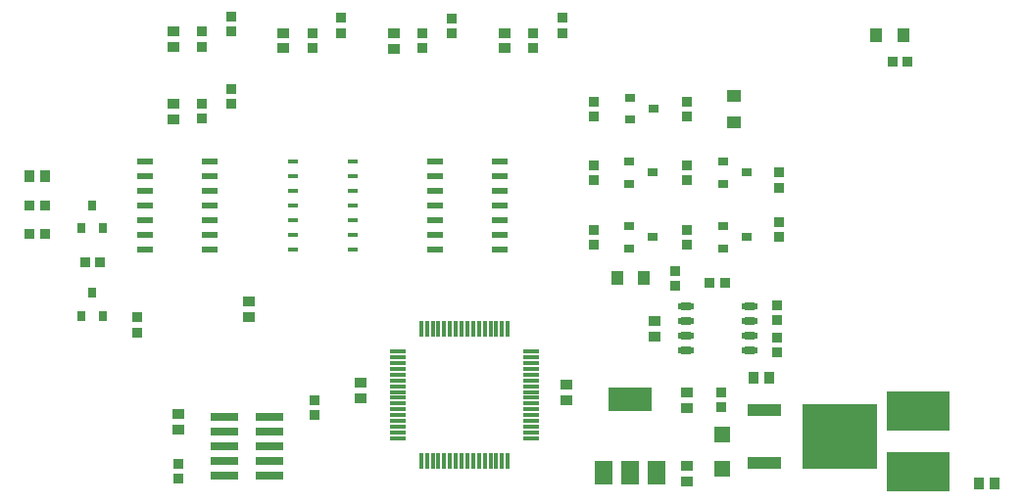
<source format=gbr>
%TF.GenerationSoftware,Altium Limited,Altium Designer,19.0.15 (446)*%
G04 Layer_Color=8421504*
%FSLAX26Y26*%
%MOIN*%
%TF.FileFunction,Paste,Top*%
%TF.Part,Single*%
G01*
G75*
%TA.AperFunction,SMDPad,CuDef*%
%ADD10R,0.035433X0.039370*%
%ADD11R,0.039370X0.035433*%
%ADD12R,0.051181X0.043307*%
%ADD13R,0.043307X0.051181*%
%ADD14R,0.057087X0.053150*%
%TA.AperFunction,ConnectorPad*%
%ADD15R,0.214567X0.137795*%
%TA.AperFunction,SMDPad,CuDef*%
%ADD16R,0.035433X0.031496*%
%ADD17R,0.031496X0.035433*%
%ADD18R,0.251969X0.218504*%
%ADD19R,0.118110X0.039370*%
%ADD20R,0.037402X0.033465*%
%ADD21R,0.033465X0.037402*%
%ADD22R,0.035000X0.016535*%
%ADD23R,0.057087X0.023622*%
%ADD24O,0.057087X0.023622*%
%ADD25R,0.011811X0.053150*%
%ADD26R,0.053150X0.011811*%
%ADD27R,0.149606X0.078740*%
%ADD28R,0.059055X0.078740*%
%ADD29R,0.094488X0.029921*%
D10*
X562008Y1090551D02*
D03*
X615157D02*
D03*
X3076772Y404528D02*
D03*
X3023622D02*
D03*
X3790354Y46260D02*
D03*
X3843504D02*
D03*
D11*
X2687008Y544291D02*
D03*
Y597441D02*
D03*
X1687902Y335630D02*
D03*
Y388779D02*
D03*
X1066929Y280512D02*
D03*
Y227362D02*
D03*
X2386811Y329724D02*
D03*
Y382874D02*
D03*
X1051166Y1339567D02*
D03*
Y1286417D02*
D03*
X2177120Y1579724D02*
D03*
Y1526575D02*
D03*
X1425167Y1579724D02*
D03*
Y1526575D02*
D03*
X1051166Y1584646D02*
D03*
Y1531496D02*
D03*
X1800878Y1579475D02*
D03*
Y1526325D02*
D03*
X2799213Y106299D02*
D03*
Y53150D02*
D03*
X2798228Y356299D02*
D03*
Y303150D02*
D03*
X1307087Y611221D02*
D03*
Y664370D02*
D03*
D12*
X2956693Y1275591D02*
D03*
Y1366142D02*
D03*
D13*
X2651575Y744095D02*
D03*
X2561024D02*
D03*
X3442913Y1570866D02*
D03*
X3533465D02*
D03*
D14*
X2917323Y210630D02*
D03*
Y94488D02*
D03*
D15*
X3584646Y291339D02*
D03*
Y84646D02*
D03*
D16*
X2606299Y1358268D02*
D03*
Y1283465D02*
D03*
X2685039Y1320866D02*
D03*
X2921260Y921260D02*
D03*
Y846457D02*
D03*
X3000000Y883858D02*
D03*
X2921260Y1140748D02*
D03*
Y1065945D02*
D03*
X3000000Y1103346D02*
D03*
X2602452Y921260D02*
D03*
Y846457D02*
D03*
X2681193Y883858D02*
D03*
X2602362Y1140748D02*
D03*
Y1065945D02*
D03*
X2681102Y1103346D02*
D03*
D17*
X738189Y615158D02*
D03*
X812992D02*
D03*
X775591Y693898D02*
D03*
X738189Y913405D02*
D03*
X812992D02*
D03*
X775591Y992146D02*
D03*
D18*
X3316929Y206102D02*
D03*
D19*
X3062992Y115945D02*
D03*
Y296260D02*
D03*
D20*
X2799213Y909449D02*
D03*
Y858268D02*
D03*
Y1128937D02*
D03*
Y1077756D02*
D03*
X2480315Y909448D02*
D03*
Y858267D02*
D03*
Y1128937D02*
D03*
Y1077756D02*
D03*
X3110236Y935039D02*
D03*
Y883858D02*
D03*
Y1052165D02*
D03*
Y1103346D02*
D03*
X929134Y610031D02*
D03*
Y558850D02*
D03*
X3105236Y543147D02*
D03*
Y491966D02*
D03*
Y600698D02*
D03*
Y651879D02*
D03*
X1531496Y329724D02*
D03*
Y278543D02*
D03*
X1066929Y112205D02*
D03*
Y61023D02*
D03*
X2798228Y1295276D02*
D03*
Y1346457D02*
D03*
X2480315Y1295276D02*
D03*
Y1346457D02*
D03*
X2756654Y767716D02*
D03*
Y716535D02*
D03*
X2913386Y305118D02*
D03*
Y356299D02*
D03*
X1248016Y1338583D02*
D03*
Y1389764D02*
D03*
X2373971Y1578740D02*
D03*
Y1629921D02*
D03*
X1149591Y1287402D02*
D03*
Y1338583D02*
D03*
X2275546Y1527559D02*
D03*
Y1578740D02*
D03*
X1622017D02*
D03*
Y1629921D02*
D03*
X1523592Y1527559D02*
D03*
Y1578740D02*
D03*
X1248016Y1583661D02*
D03*
Y1634842D02*
D03*
X1997728Y1578490D02*
D03*
Y1629671D02*
D03*
X1149591Y1532480D02*
D03*
Y1583661D02*
D03*
X1899303Y1527309D02*
D03*
Y1578490D02*
D03*
D21*
X614173Y893701D02*
D03*
X562992D02*
D03*
X562992Y992126D02*
D03*
X614173D02*
D03*
X750000Y799213D02*
D03*
X801181D02*
D03*
X2875984Y728346D02*
D03*
X2927165D02*
D03*
X3498032Y1480315D02*
D03*
X3549213D02*
D03*
D22*
X1662402Y843110D02*
D03*
Y893110D02*
D03*
Y943110D02*
D03*
Y993110D02*
D03*
Y1043110D02*
D03*
Y1093110D02*
D03*
Y1143110D02*
D03*
X1457677Y843110D02*
D03*
Y893110D02*
D03*
Y943110D02*
D03*
Y993110D02*
D03*
Y1043110D02*
D03*
Y1093110D02*
D03*
Y1143110D02*
D03*
D23*
X1175437Y843110D02*
D03*
Y893110D02*
D03*
Y943110D02*
D03*
Y993110D02*
D03*
Y1043110D02*
D03*
Y1093110D02*
D03*
Y1143110D02*
D03*
X954964Y843110D02*
D03*
Y893110D02*
D03*
Y943110D02*
D03*
Y993110D02*
D03*
Y1043110D02*
D03*
Y1093110D02*
D03*
Y1143110D02*
D03*
X2161417Y843110D02*
D03*
Y893110D02*
D03*
Y943110D02*
D03*
Y993110D02*
D03*
Y1043110D02*
D03*
Y1093110D02*
D03*
Y1143110D02*
D03*
X1940945Y843110D02*
D03*
Y893110D02*
D03*
Y943110D02*
D03*
Y993110D02*
D03*
Y1043110D02*
D03*
Y1093110D02*
D03*
Y1143110D02*
D03*
D24*
X2795276Y647835D02*
D03*
Y597835D02*
D03*
Y547835D02*
D03*
Y497835D02*
D03*
X3009843Y647835D02*
D03*
Y497835D02*
D03*
Y597835D02*
D03*
Y547835D02*
D03*
D25*
X2188976Y120079D02*
D03*
X2169291D02*
D03*
X2149606D02*
D03*
X2129921D02*
D03*
X2110236D02*
D03*
X2090551D02*
D03*
X2070866D02*
D03*
X2051181D02*
D03*
X2031496D02*
D03*
X2011811D02*
D03*
X1992126D02*
D03*
X1972441D02*
D03*
X1952756D02*
D03*
X1933071D02*
D03*
X1913386D02*
D03*
X1893701D02*
D03*
Y572835D02*
D03*
X1913386D02*
D03*
X1933071D02*
D03*
X1952756D02*
D03*
X1972441D02*
D03*
X1992126D02*
D03*
X2011811D02*
D03*
X2031496D02*
D03*
X2051181D02*
D03*
X2070866D02*
D03*
X2090551D02*
D03*
X2110236D02*
D03*
X2129921D02*
D03*
X2149606D02*
D03*
X2169291D02*
D03*
X2188976D02*
D03*
D26*
X1814961Y198819D02*
D03*
Y218504D02*
D03*
Y238189D02*
D03*
Y257874D02*
D03*
Y277559D02*
D03*
Y297244D02*
D03*
Y316929D02*
D03*
Y336614D02*
D03*
Y356299D02*
D03*
Y375984D02*
D03*
Y395669D02*
D03*
Y415354D02*
D03*
Y435039D02*
D03*
Y454724D02*
D03*
Y474409D02*
D03*
Y494094D02*
D03*
X2267717D02*
D03*
Y474409D02*
D03*
Y454724D02*
D03*
Y435039D02*
D03*
Y415354D02*
D03*
Y395669D02*
D03*
Y375984D02*
D03*
Y356299D02*
D03*
Y336614D02*
D03*
Y316929D02*
D03*
Y297244D02*
D03*
Y277559D02*
D03*
Y257874D02*
D03*
Y238189D02*
D03*
Y218504D02*
D03*
Y198819D02*
D03*
D27*
X2604331Y330709D02*
D03*
D28*
X2694882Y82677D02*
D03*
X2604331D02*
D03*
X2513779D02*
D03*
D29*
X1224409Y270276D02*
D03*
X1377953D02*
D03*
X1224409Y220275D02*
D03*
X1377953D02*
D03*
X1224409Y170275D02*
D03*
X1377953D02*
D03*
X1224409Y120275D02*
D03*
X1377953D02*
D03*
X1224409Y70275D02*
D03*
X1377953D02*
D03*
%TF.MD5,f2bce13726fcf8bd3e1a47830769732b*%
M02*

</source>
